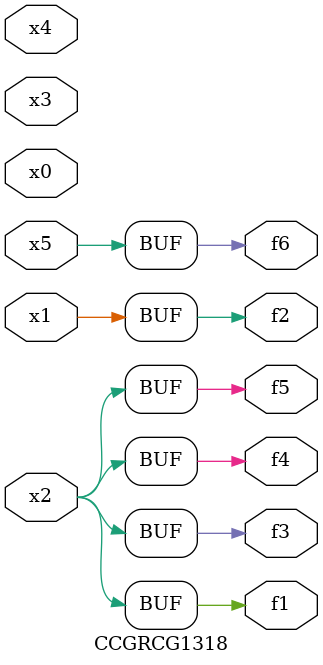
<source format=v>
module CCGRCG1318(
	input x0, x1, x2, x3, x4, x5,
	output f1, f2, f3, f4, f5, f6
);
	assign f1 = x2;
	assign f2 = x1;
	assign f3 = x2;
	assign f4 = x2;
	assign f5 = x2;
	assign f6 = x5;
endmodule

</source>
